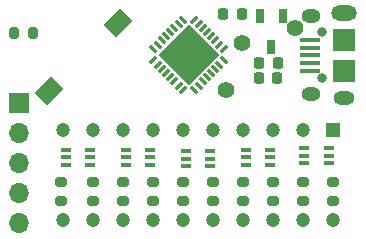
<source format=gbr>
%TF.GenerationSoftware,KiCad,Pcbnew,9.0.3*%
%TF.CreationDate,2025-08-22T13:27:39-06:00*%
%TF.ProjectId,SWAG_BAR_LED_ARM,53574147-5f42-4415-925f-4c45445f4152,rev?*%
%TF.SameCoordinates,Original*%
%TF.FileFunction,Soldermask,Top*%
%TF.FilePolarity,Negative*%
%FSLAX46Y46*%
G04 Gerber Fmt 4.6, Leading zero omitted, Abs format (unit mm)*
G04 Created by KiCad (PCBNEW 9.0.3) date 2025-08-22 13:27:39*
%MOMM*%
%LPD*%
G01*
G04 APERTURE LIST*
G04 Aperture macros list*
%AMRoundRect*
0 Rectangle with rounded corners*
0 $1 Rounding radius*
0 $2 $3 $4 $5 $6 $7 $8 $9 X,Y pos of 4 corners*
0 Add a 4 corners polygon primitive as box body*
4,1,4,$2,$3,$4,$5,$6,$7,$8,$9,$2,$3,0*
0 Add four circle primitives for the rounded corners*
1,1,$1+$1,$2,$3*
1,1,$1+$1,$4,$5*
1,1,$1+$1,$6,$7*
1,1,$1+$1,$8,$9*
0 Add four rect primitives between the rounded corners*
20,1,$1+$1,$2,$3,$4,$5,0*
20,1,$1+$1,$4,$5,$6,$7,0*
20,1,$1+$1,$6,$7,$8,$9,0*
20,1,$1+$1,$8,$9,$2,$3,0*%
%AMRotRect*
0 Rectangle, with rotation*
0 The origin of the aperture is its center*
0 $1 length*
0 $2 width*
0 $3 Rotation angle, in degrees counterclockwise*
0 Add horizontal line*
21,1,$1,$2,0,0,$3*%
G04 Aperture macros list end*
%ADD10C,1.400000*%
%ADD11RoundRect,0.225000X-0.225000X-0.250000X0.225000X-0.250000X0.225000X0.250000X-0.225000X0.250000X0*%
%ADD12RoundRect,0.200000X0.200000X0.275000X-0.200000X0.275000X-0.200000X-0.275000X0.200000X-0.275000X0*%
%ADD13O,0.800000X0.800000*%
%ADD14R,1.750000X0.450000*%
%ADD15O,1.800000X1.150000*%
%ADD16O,1.600000X1.200000*%
%ADD17R,1.900000X1.900000*%
%ADD18O,2.200000X1.300000*%
%ADD19R,0.838200X0.355600*%
%ADD20RoundRect,0.200000X0.275000X-0.200000X0.275000X0.200000X-0.275000X0.200000X-0.275000X-0.200000X0*%
%ADD21RoundRect,0.062500X-0.282843X0.194454X0.194454X-0.282843X0.282843X-0.194454X-0.194454X0.282843X0*%
%ADD22RoundRect,0.062500X-0.282843X-0.194454X-0.194454X-0.282843X0.282843X0.194454X0.194454X0.282843X0*%
%ADD23RotRect,3.600000X3.600000X315.000000*%
%ADD24R,1.700000X1.700000*%
%ADD25O,1.700000X1.700000*%
%ADD26RotRect,2.006600X1.498600X225.000000*%
%ADD27R,0.650000X1.220000*%
%ADD28R,1.200000X1.200000*%
%ADD29C,1.200000*%
G04 APERTURE END LIST*
D10*
%TO.C,TP3*%
X96000000Y-96650000D03*
%TD*%
%TO.C,TP2*%
X101800000Y-91450000D03*
%TD*%
%TO.C,TP1*%
X97300000Y-92700000D03*
%TD*%
D11*
%TO.C,C1*%
X98806000Y-94386400D03*
X100356000Y-94386400D03*
%TD*%
D12*
%TO.C,R12*%
X79666600Y-91846400D03*
X78016600Y-91846400D03*
%TD*%
D13*
%TO.C,J3*%
X104079000Y-95676000D03*
X104079000Y-91776000D03*
D14*
X103129000Y-95026000D03*
X103129000Y-94376000D03*
X103129000Y-93726000D03*
X103129000Y-93076000D03*
X103129000Y-92426000D03*
D15*
X105979000Y-97326000D03*
D16*
X103179000Y-97026000D03*
D17*
X105979000Y-95026000D03*
X105979000Y-92426000D03*
D16*
X103179000Y-90426000D03*
D18*
X105979000Y-90126000D03*
%TD*%
D19*
%TO.C,U9*%
X84480400Y-103011999D03*
X84480400Y-102362000D03*
X84480400Y-101712001D03*
X82397600Y-101712001D03*
X82397600Y-102362000D03*
X82397600Y-103011999D03*
%TD*%
%TO.C,U4*%
X99720400Y-103011999D03*
X99720400Y-102362000D03*
X99720400Y-101712001D03*
X97637600Y-101712001D03*
X97637600Y-102362000D03*
X97637600Y-103011999D03*
%TD*%
D20*
%TO.C,R2*%
X89789000Y-106108000D03*
X89789000Y-104458000D03*
%TD*%
D11*
%TO.C,C3*%
X95745000Y-90220800D03*
X97295000Y-90220800D03*
%TD*%
D20*
%TO.C,R7*%
X82042000Y-106108000D03*
X82042000Y-104458000D03*
%TD*%
%TO.C,R10*%
X102489000Y-106108000D03*
X102489000Y-104458000D03*
%TD*%
D21*
%TO.C,U5*%
X92316625Y-90705352D03*
X91963072Y-91058905D03*
X91609518Y-91412458D03*
X91255965Y-91766012D03*
X90902412Y-92119565D03*
X90548858Y-92473118D03*
X90195305Y-92826672D03*
X89841752Y-93180225D03*
D22*
X89841752Y-94170175D03*
X90195305Y-94523728D03*
X90548858Y-94877282D03*
X90902412Y-95230835D03*
X91255965Y-95584388D03*
X91609518Y-95937942D03*
X91963072Y-96291495D03*
X92316625Y-96645048D03*
D21*
X93306575Y-96645048D03*
X93660128Y-96291495D03*
X94013682Y-95937942D03*
X94367235Y-95584388D03*
X94720788Y-95230835D03*
X95074342Y-94877282D03*
X95427895Y-94523728D03*
X95781448Y-94170175D03*
D22*
X95781448Y-93180225D03*
X95427895Y-92826672D03*
X95074342Y-92473118D03*
X94720788Y-92119565D03*
X94367235Y-91766012D03*
X94013682Y-91412458D03*
X93660128Y-91058905D03*
X93306575Y-90705352D03*
D23*
X92811600Y-93675200D03*
%TD*%
D24*
%TO.C,J1*%
X78435200Y-97790000D03*
D25*
X78435200Y-100330000D03*
X78435200Y-102870000D03*
X78435200Y-105410000D03*
X78435200Y-107950000D03*
%TD*%
D20*
%TO.C,R8*%
X97409000Y-106108000D03*
X97409000Y-104458000D03*
%TD*%
%TO.C,R4*%
X92329000Y-106108000D03*
X92329000Y-104458000D03*
%TD*%
%TO.C,R11*%
X84709000Y-106108000D03*
X84709000Y-104458000D03*
%TD*%
%TO.C,R9*%
X105029000Y-106108000D03*
X105029000Y-104458000D03*
%TD*%
D26*
%TO.C,SW1*%
X86820737Y-90979263D03*
X81022463Y-96777537D03*
%TD*%
D19*
%TO.C,U2*%
X104673400Y-102884999D03*
X104673400Y-102235000D03*
X104673400Y-101585001D03*
X102590600Y-101585001D03*
X102590600Y-102235000D03*
X102590600Y-102884999D03*
%TD*%
%TO.C,U10*%
X89560400Y-103011999D03*
X89560400Y-102362000D03*
X89560400Y-101712001D03*
X87477600Y-101712001D03*
X87477600Y-102362000D03*
X87477600Y-103011999D03*
%TD*%
D11*
%TO.C,C2*%
X98742200Y-95656400D03*
X100292200Y-95656400D03*
%TD*%
D20*
%TO.C,R5*%
X94869000Y-106108000D03*
X94869000Y-104458000D03*
%TD*%
%TO.C,R6*%
X87249000Y-106108000D03*
X87249000Y-104458000D03*
%TD*%
D27*
%TO.C,U1*%
X100772000Y-90384000D03*
X98872000Y-90384000D03*
X99822000Y-93004000D03*
%TD*%
D20*
%TO.C,R3*%
X99949000Y-106108000D03*
X99949000Y-104458000D03*
%TD*%
D19*
%TO.C,U8*%
X94640400Y-103138999D03*
X94640400Y-102489000D03*
X94640400Y-101839001D03*
X92557600Y-101839001D03*
X92557600Y-102489000D03*
X92557600Y-103138999D03*
%TD*%
D28*
%TO.C,BAR1*%
X105048500Y-100056500D03*
D29*
X102508500Y-100056500D03*
X99968500Y-100056500D03*
X97428500Y-100056500D03*
X94888500Y-100056500D03*
X92348500Y-100056500D03*
X89808500Y-100056500D03*
X87268500Y-100056500D03*
X84728500Y-100056500D03*
X82188500Y-100056500D03*
X82188500Y-107676500D03*
X84728500Y-107676500D03*
X87268500Y-107676500D03*
X89808500Y-107676500D03*
X92348500Y-107676500D03*
X94888500Y-107676500D03*
X97428500Y-107676500D03*
X99968500Y-107676500D03*
X102508500Y-107676500D03*
X105048500Y-107676500D03*
%TD*%
M02*

</source>
